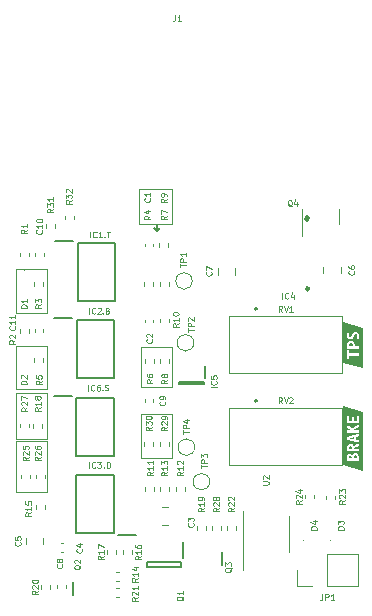
<source format=gbr>
%TF.GenerationSoftware,KiCad,Pcbnew,(6.0.8)*%
%TF.CreationDate,2023-11-13T19:04:35+01:00*%
%TF.ProjectId,BSPD-07,42535044-2d30-4372-9e6b-696361645f70,rev?*%
%TF.SameCoordinates,Original*%
%TF.FileFunction,Legend,Top*%
%TF.FilePolarity,Positive*%
%FSLAX46Y46*%
G04 Gerber Fmt 4.6, Leading zero omitted, Abs format (unit mm)*
G04 Created by KiCad (PCBNEW (6.0.8)) date 2023-11-13 19:04:35*
%MOMM*%
%LPD*%
G01*
G04 APERTURE LIST*
%ADD10C,0.150000*%
%ADD11C,0.100000*%
%ADD12C,0.120000*%
%ADD13C,0.200000*%
%ADD14C,0.250000*%
%ADD15C,0.300000*%
G04 APERTURE END LIST*
D10*
X162201600Y-104165400D02*
X162455600Y-103860600D01*
X161947600Y-103860600D02*
X162201600Y-104165400D01*
X162201600Y-103555800D02*
X162201600Y-104165400D01*
D11*
X160677600Y-100558600D02*
X163471600Y-100558600D01*
X163471600Y-100558600D02*
X163471600Y-103505000D01*
X163471600Y-103505000D02*
X160677600Y-103505000D01*
X160677600Y-103505000D02*
X160677600Y-100558600D01*
X152908000Y-121704100D02*
X150266400Y-121704100D01*
X150266400Y-121704100D02*
X150266400Y-117817900D01*
X150266400Y-117817900D02*
X152908000Y-117817900D01*
X152908000Y-117817900D02*
X152908000Y-121704100D01*
X150266400Y-113842800D02*
X152908000Y-113842800D01*
X152908000Y-113842800D02*
X152908000Y-117475000D01*
X152908000Y-117475000D02*
X150266400Y-117475000D01*
X150266400Y-117475000D02*
X150266400Y-113842800D01*
X150266400Y-107340400D02*
X152908000Y-107340400D01*
X152908000Y-107340400D02*
X152908000Y-111099600D01*
X152908000Y-111099600D02*
X150266400Y-111099600D01*
X150266400Y-111099600D02*
X150266400Y-107340400D01*
X160896300Y-113969800D02*
X163461700Y-113969800D01*
X163461700Y-113969800D02*
X163461700Y-117348000D01*
X163461700Y-117348000D02*
X160896300Y-117348000D01*
X160896300Y-117348000D02*
X160896300Y-113969800D01*
X163525200Y-123342400D02*
X160883600Y-123342400D01*
X160883600Y-123342400D02*
X160883600Y-119583200D01*
X160883600Y-119583200D02*
X163525200Y-119583200D01*
X163525200Y-119583200D02*
X163525200Y-123342400D01*
X150266400Y-121945400D02*
X152908000Y-121945400D01*
X152908000Y-121945400D02*
X152908000Y-126238000D01*
X152908000Y-126238000D02*
X150266400Y-126238000D01*
X150266400Y-126238000D02*
X150266400Y-121945400D01*
X157738000Y-124130571D02*
X157761809Y-124154380D01*
X157738000Y-124178190D01*
X157714190Y-124154380D01*
X157738000Y-124130571D01*
X157738000Y-124178190D01*
X157976095Y-124178190D02*
X157976095Y-123678190D01*
X158095142Y-123678190D01*
X158166571Y-123702000D01*
X158214190Y-123749619D01*
X158238000Y-123797238D01*
X158261809Y-123892476D01*
X158261809Y-123963904D01*
X158238000Y-124059142D01*
X158214190Y-124106761D01*
X158166571Y-124154380D01*
X158095142Y-124178190D01*
X157976095Y-124178190D01*
X157597504Y-117577371D02*
X157621314Y-117601180D01*
X157597504Y-117624990D01*
X157573695Y-117601180D01*
X157597504Y-117577371D01*
X157597504Y-117624990D01*
X157811790Y-117601180D02*
X157883219Y-117624990D01*
X158002266Y-117624990D01*
X158049885Y-117601180D01*
X158073695Y-117577371D01*
X158097504Y-117529752D01*
X158097504Y-117482133D01*
X158073695Y-117434514D01*
X158049885Y-117410704D01*
X158002266Y-117386895D01*
X157907028Y-117363085D01*
X157859409Y-117339276D01*
X157835600Y-117315466D01*
X157811790Y-117267847D01*
X157811790Y-117220228D01*
X157835600Y-117172609D01*
X157859409Y-117148800D01*
X157907028Y-117124990D01*
X158026076Y-117124990D01*
X158097504Y-117148800D01*
X157636400Y-111074971D02*
X157660209Y-111098780D01*
X157636400Y-111122590D01*
X157612590Y-111098780D01*
X157636400Y-111074971D01*
X157636400Y-111122590D01*
X158041161Y-110860685D02*
X158112590Y-110884495D01*
X158136400Y-110908304D01*
X158160209Y-110955923D01*
X158160209Y-111027352D01*
X158136400Y-111074971D01*
X158112590Y-111098780D01*
X158064971Y-111122590D01*
X157874495Y-111122590D01*
X157874495Y-110622590D01*
X158041161Y-110622590D01*
X158088780Y-110646400D01*
X158112590Y-110670209D01*
X158136400Y-110717828D01*
X158136400Y-110765447D01*
X158112590Y-110813066D01*
X158088780Y-110836876D01*
X158041161Y-110860685D01*
X157874495Y-110860685D01*
X157797523Y-104623371D02*
X157821333Y-104647180D01*
X157797523Y-104670990D01*
X157773714Y-104647180D01*
X157797523Y-104623371D01*
X157797523Y-104670990D01*
X157964190Y-104170990D02*
X158249904Y-104170990D01*
X158107047Y-104670990D02*
X158107047Y-104170990D01*
%TO.C,R32*%
X155013790Y-101515028D02*
X154775695Y-101681695D01*
X155013790Y-101800742D02*
X154513790Y-101800742D01*
X154513790Y-101610266D01*
X154537600Y-101562647D01*
X154561409Y-101538838D01*
X154609028Y-101515028D01*
X154680457Y-101515028D01*
X154728076Y-101538838D01*
X154751885Y-101562647D01*
X154775695Y-101610266D01*
X154775695Y-101800742D01*
X154513790Y-101348361D02*
X154513790Y-101038838D01*
X154704266Y-101205504D01*
X154704266Y-101134076D01*
X154728076Y-101086457D01*
X154751885Y-101062647D01*
X154799504Y-101038838D01*
X154918552Y-101038838D01*
X154966171Y-101062647D01*
X154989980Y-101086457D01*
X155013790Y-101134076D01*
X155013790Y-101276933D01*
X154989980Y-101324552D01*
X154966171Y-101348361D01*
X154561409Y-100848361D02*
X154537600Y-100824552D01*
X154513790Y-100776933D01*
X154513790Y-100657885D01*
X154537600Y-100610266D01*
X154561409Y-100586457D01*
X154609028Y-100562647D01*
X154656647Y-100562647D01*
X154728076Y-100586457D01*
X155013790Y-100872171D01*
X155013790Y-100562647D01*
%TO.C,R31*%
X153438990Y-102226228D02*
X153200895Y-102392895D01*
X153438990Y-102511942D02*
X152938990Y-102511942D01*
X152938990Y-102321466D01*
X152962800Y-102273847D01*
X152986609Y-102250038D01*
X153034228Y-102226228D01*
X153105657Y-102226228D01*
X153153276Y-102250038D01*
X153177085Y-102273847D01*
X153200895Y-102321466D01*
X153200895Y-102511942D01*
X152938990Y-102059561D02*
X152938990Y-101750038D01*
X153129466Y-101916704D01*
X153129466Y-101845276D01*
X153153276Y-101797657D01*
X153177085Y-101773847D01*
X153224704Y-101750038D01*
X153343752Y-101750038D01*
X153391371Y-101773847D01*
X153415180Y-101797657D01*
X153438990Y-101845276D01*
X153438990Y-101988133D01*
X153415180Y-102035752D01*
X153391371Y-102059561D01*
X153438990Y-101273847D02*
X153438990Y-101559561D01*
X153438990Y-101416704D02*
X152938990Y-101416704D01*
X153010419Y-101464323D01*
X153058038Y-101511942D01*
X153081847Y-101559561D01*
%TO.C,C11*%
X150190971Y-112183028D02*
X150214780Y-112206838D01*
X150238590Y-112278266D01*
X150238590Y-112325885D01*
X150214780Y-112397314D01*
X150167161Y-112444933D01*
X150119542Y-112468742D01*
X150024304Y-112492552D01*
X149952876Y-112492552D01*
X149857638Y-112468742D01*
X149810019Y-112444933D01*
X149762400Y-112397314D01*
X149738590Y-112325885D01*
X149738590Y-112278266D01*
X149762400Y-112206838D01*
X149786209Y-112183028D01*
X150238590Y-111706838D02*
X150238590Y-111992552D01*
X150238590Y-111849695D02*
X149738590Y-111849695D01*
X149810019Y-111897314D01*
X149857638Y-111944933D01*
X149881447Y-111992552D01*
X150238590Y-111230647D02*
X150238590Y-111516361D01*
X150238590Y-111373504D02*
X149738590Y-111373504D01*
X149810019Y-111421123D01*
X149857638Y-111468742D01*
X149881447Y-111516361D01*
%TO.C,C10*%
X152451571Y-104055028D02*
X152475380Y-104078838D01*
X152499190Y-104150266D01*
X152499190Y-104197885D01*
X152475380Y-104269314D01*
X152427761Y-104316933D01*
X152380142Y-104340742D01*
X152284904Y-104364552D01*
X152213476Y-104364552D01*
X152118238Y-104340742D01*
X152070619Y-104316933D01*
X152023000Y-104269314D01*
X151999190Y-104197885D01*
X151999190Y-104150266D01*
X152023000Y-104078838D01*
X152046809Y-104055028D01*
X152499190Y-103578838D02*
X152499190Y-103864552D01*
X152499190Y-103721695D02*
X151999190Y-103721695D01*
X152070619Y-103769314D01*
X152118238Y-103816933D01*
X152142047Y-103864552D01*
X151999190Y-103269314D02*
X151999190Y-103221695D01*
X152023000Y-103174076D01*
X152046809Y-103150266D01*
X152094428Y-103126457D01*
X152189666Y-103102647D01*
X152308714Y-103102647D01*
X152403952Y-103126457D01*
X152451571Y-103150266D01*
X152475380Y-103174076D01*
X152499190Y-103221695D01*
X152499190Y-103269314D01*
X152475380Y-103316933D01*
X152451571Y-103340742D01*
X152403952Y-103364552D01*
X152308714Y-103388361D01*
X152189666Y-103388361D01*
X152094428Y-103364552D01*
X152046809Y-103340742D01*
X152023000Y-103316933D01*
X151999190Y-103269314D01*
%TO.C,TP2*%
X164826190Y-112644952D02*
X164826190Y-112359238D01*
X165326190Y-112502095D02*
X164826190Y-112502095D01*
X165326190Y-112192571D02*
X164826190Y-112192571D01*
X164826190Y-112002095D01*
X164850000Y-111954476D01*
X164873809Y-111930666D01*
X164921428Y-111906857D01*
X164992857Y-111906857D01*
X165040476Y-111930666D01*
X165064285Y-111954476D01*
X165088095Y-112002095D01*
X165088095Y-112192571D01*
X164873809Y-111716380D02*
X164850000Y-111692571D01*
X164826190Y-111644952D01*
X164826190Y-111525904D01*
X164850000Y-111478285D01*
X164873809Y-111454476D01*
X164921428Y-111430666D01*
X164969047Y-111430666D01*
X165040476Y-111454476D01*
X165326190Y-111740190D01*
X165326190Y-111430666D01*
%TO.C,R18*%
X152372190Y-119066428D02*
X152134095Y-119233095D01*
X152372190Y-119352142D02*
X151872190Y-119352142D01*
X151872190Y-119161666D01*
X151896000Y-119114047D01*
X151919809Y-119090238D01*
X151967428Y-119066428D01*
X152038857Y-119066428D01*
X152086476Y-119090238D01*
X152110285Y-119114047D01*
X152134095Y-119161666D01*
X152134095Y-119352142D01*
X152372190Y-118590238D02*
X152372190Y-118875952D01*
X152372190Y-118733095D02*
X151872190Y-118733095D01*
X151943619Y-118780714D01*
X151991238Y-118828333D01*
X152015047Y-118875952D01*
X152086476Y-118304523D02*
X152062666Y-118352142D01*
X152038857Y-118375952D01*
X151991238Y-118399761D01*
X151967428Y-118399761D01*
X151919809Y-118375952D01*
X151896000Y-118352142D01*
X151872190Y-118304523D01*
X151872190Y-118209285D01*
X151896000Y-118161666D01*
X151919809Y-118137857D01*
X151967428Y-118114047D01*
X151991238Y-118114047D01*
X152038857Y-118137857D01*
X152062666Y-118161666D01*
X152086476Y-118209285D01*
X152086476Y-118304523D01*
X152110285Y-118352142D01*
X152134095Y-118375952D01*
X152181714Y-118399761D01*
X152276952Y-118399761D01*
X152324571Y-118375952D01*
X152348380Y-118352142D01*
X152372190Y-118304523D01*
X152372190Y-118209285D01*
X152348380Y-118161666D01*
X152324571Y-118137857D01*
X152276952Y-118114047D01*
X152181714Y-118114047D01*
X152134095Y-118137857D01*
X152110285Y-118161666D01*
X152086476Y-118209285D01*
%TO.C,R23*%
X178153190Y-126940428D02*
X177915095Y-127107095D01*
X178153190Y-127226142D02*
X177653190Y-127226142D01*
X177653190Y-127035666D01*
X177677000Y-126988047D01*
X177700809Y-126964238D01*
X177748428Y-126940428D01*
X177819857Y-126940428D01*
X177867476Y-126964238D01*
X177891285Y-126988047D01*
X177915095Y-127035666D01*
X177915095Y-127226142D01*
X177700809Y-126749952D02*
X177677000Y-126726142D01*
X177653190Y-126678523D01*
X177653190Y-126559476D01*
X177677000Y-126511857D01*
X177700809Y-126488047D01*
X177748428Y-126464238D01*
X177796047Y-126464238D01*
X177867476Y-126488047D01*
X178153190Y-126773761D01*
X178153190Y-126464238D01*
X177653190Y-126297571D02*
X177653190Y-125988047D01*
X177843666Y-126154714D01*
X177843666Y-126083285D01*
X177867476Y-126035666D01*
X177891285Y-126011857D01*
X177938904Y-125988047D01*
X178057952Y-125988047D01*
X178105571Y-126011857D01*
X178129380Y-126035666D01*
X178153190Y-126083285D01*
X178153190Y-126226142D01*
X178129380Y-126273761D01*
X178105571Y-126297571D01*
%TO.C,R15*%
X151584790Y-127956428D02*
X151346695Y-128123095D01*
X151584790Y-128242142D02*
X151084790Y-128242142D01*
X151084790Y-128051666D01*
X151108600Y-128004047D01*
X151132409Y-127980238D01*
X151180028Y-127956428D01*
X151251457Y-127956428D01*
X151299076Y-127980238D01*
X151322885Y-128004047D01*
X151346695Y-128051666D01*
X151346695Y-128242142D01*
X151584790Y-127480238D02*
X151584790Y-127765952D01*
X151584790Y-127623095D02*
X151084790Y-127623095D01*
X151156219Y-127670714D01*
X151203838Y-127718333D01*
X151227647Y-127765952D01*
X151084790Y-127027857D02*
X151084790Y-127265952D01*
X151322885Y-127289761D01*
X151299076Y-127265952D01*
X151275266Y-127218333D01*
X151275266Y-127099285D01*
X151299076Y-127051666D01*
X151322885Y-127027857D01*
X151370504Y-127004047D01*
X151489552Y-127004047D01*
X151537171Y-127027857D01*
X151560980Y-127051666D01*
X151584790Y-127099285D01*
X151584790Y-127218333D01*
X151560980Y-127265952D01*
X151537171Y-127289761D01*
%TO.C,C5*%
X150648171Y-130461533D02*
X150671980Y-130485342D01*
X150695790Y-130556771D01*
X150695790Y-130604390D01*
X150671980Y-130675819D01*
X150624361Y-130723438D01*
X150576742Y-130747247D01*
X150481504Y-130771057D01*
X150410076Y-130771057D01*
X150314838Y-130747247D01*
X150267219Y-130723438D01*
X150219600Y-130675819D01*
X150195790Y-130604390D01*
X150195790Y-130556771D01*
X150219600Y-130485342D01*
X150243409Y-130461533D01*
X150195790Y-130009152D02*
X150195790Y-130247247D01*
X150433885Y-130271057D01*
X150410076Y-130247247D01*
X150386266Y-130199628D01*
X150386266Y-130080580D01*
X150410076Y-130032961D01*
X150433885Y-130009152D01*
X150481504Y-129985342D01*
X150600552Y-129985342D01*
X150648171Y-130009152D01*
X150671980Y-130032961D01*
X150695790Y-130080580D01*
X150695790Y-130199628D01*
X150671980Y-130247247D01*
X150648171Y-130271057D01*
%TO.C,D2*%
X151197790Y-117082047D02*
X150697790Y-117082047D01*
X150697790Y-116963000D01*
X150721600Y-116891571D01*
X150769219Y-116843952D01*
X150816838Y-116820142D01*
X150912076Y-116796333D01*
X150983504Y-116796333D01*
X151078742Y-116820142D01*
X151126361Y-116843952D01*
X151173980Y-116891571D01*
X151197790Y-116963000D01*
X151197790Y-117082047D01*
X150745409Y-116605857D02*
X150721600Y-116582047D01*
X150697790Y-116534428D01*
X150697790Y-116415380D01*
X150721600Y-116367761D01*
X150745409Y-116343952D01*
X150793028Y-116320142D01*
X150840647Y-116320142D01*
X150912076Y-116343952D01*
X151197790Y-116629666D01*
X151197790Y-116320142D01*
%TO.C,R4*%
X161665790Y-102826333D02*
X161427695Y-102993000D01*
X161665790Y-103112047D02*
X161165790Y-103112047D01*
X161165790Y-102921571D01*
X161189600Y-102873952D01*
X161213409Y-102850142D01*
X161261028Y-102826333D01*
X161332457Y-102826333D01*
X161380076Y-102850142D01*
X161403885Y-102873952D01*
X161427695Y-102921571D01*
X161427695Y-103112047D01*
X161332457Y-102397761D02*
X161665790Y-102397761D01*
X161141980Y-102516809D02*
X161499123Y-102635857D01*
X161499123Y-102326333D01*
%TO.C,RV1*%
X172803380Y-110970190D02*
X172636714Y-110732095D01*
X172517666Y-110970190D02*
X172517666Y-110470190D01*
X172708142Y-110470190D01*
X172755761Y-110494000D01*
X172779571Y-110517809D01*
X172803380Y-110565428D01*
X172803380Y-110636857D01*
X172779571Y-110684476D01*
X172755761Y-110708285D01*
X172708142Y-110732095D01*
X172517666Y-110732095D01*
X172946238Y-110470190D02*
X173112904Y-110970190D01*
X173279571Y-110470190D01*
X173708142Y-110970190D02*
X173422428Y-110970190D01*
X173565285Y-110970190D02*
X173565285Y-110470190D01*
X173517666Y-110541619D01*
X173470047Y-110589238D01*
X173422428Y-110613047D01*
%TO.C,R30*%
X161770190Y-120717428D02*
X161532095Y-120884095D01*
X161770190Y-121003142D02*
X161270190Y-121003142D01*
X161270190Y-120812666D01*
X161294000Y-120765047D01*
X161317809Y-120741238D01*
X161365428Y-120717428D01*
X161436857Y-120717428D01*
X161484476Y-120741238D01*
X161508285Y-120765047D01*
X161532095Y-120812666D01*
X161532095Y-121003142D01*
X161270190Y-120550761D02*
X161270190Y-120241238D01*
X161460666Y-120407904D01*
X161460666Y-120336476D01*
X161484476Y-120288857D01*
X161508285Y-120265047D01*
X161555904Y-120241238D01*
X161674952Y-120241238D01*
X161722571Y-120265047D01*
X161746380Y-120288857D01*
X161770190Y-120336476D01*
X161770190Y-120479333D01*
X161746380Y-120526952D01*
X161722571Y-120550761D01*
X161270190Y-119931714D02*
X161270190Y-119884095D01*
X161294000Y-119836476D01*
X161317809Y-119812666D01*
X161365428Y-119788857D01*
X161460666Y-119765047D01*
X161579714Y-119765047D01*
X161674952Y-119788857D01*
X161722571Y-119812666D01*
X161746380Y-119836476D01*
X161770190Y-119884095D01*
X161770190Y-119931714D01*
X161746380Y-119979333D01*
X161722571Y-120003142D01*
X161674952Y-120026952D01*
X161579714Y-120050761D01*
X161460666Y-120050761D01*
X161365428Y-120026952D01*
X161317809Y-120003142D01*
X161294000Y-119979333D01*
X161270190Y-119931714D01*
%TO.C,IC1*%
X156585504Y-104670990D02*
X156585504Y-104170990D01*
X157109314Y-104623371D02*
X157085504Y-104647180D01*
X157014076Y-104670990D01*
X156966457Y-104670990D01*
X156895028Y-104647180D01*
X156847409Y-104599561D01*
X156823600Y-104551942D01*
X156799790Y-104456704D01*
X156799790Y-104385276D01*
X156823600Y-104290038D01*
X156847409Y-104242419D01*
X156895028Y-104194800D01*
X156966457Y-104170990D01*
X157014076Y-104170990D01*
X157085504Y-104194800D01*
X157109314Y-104218609D01*
X157585504Y-104670990D02*
X157299790Y-104670990D01*
X157442647Y-104670990D02*
X157442647Y-104170990D01*
X157395028Y-104242419D01*
X157347409Y-104290038D01*
X157299790Y-104313847D01*
%TO.C,C4*%
X155855171Y-131045733D02*
X155878980Y-131069542D01*
X155902790Y-131140971D01*
X155902790Y-131188590D01*
X155878980Y-131260019D01*
X155831361Y-131307638D01*
X155783742Y-131331447D01*
X155688504Y-131355257D01*
X155617076Y-131355257D01*
X155521838Y-131331447D01*
X155474219Y-131307638D01*
X155426600Y-131260019D01*
X155402790Y-131188590D01*
X155402790Y-131140971D01*
X155426600Y-131069542D01*
X155450409Y-131045733D01*
X155569457Y-130617161D02*
X155902790Y-130617161D01*
X155378980Y-130736209D02*
X155736123Y-130855257D01*
X155736123Y-130545733D01*
%TO.C,C3*%
X165278571Y-128861333D02*
X165302380Y-128885142D01*
X165326190Y-128956571D01*
X165326190Y-129004190D01*
X165302380Y-129075619D01*
X165254761Y-129123238D01*
X165207142Y-129147047D01*
X165111904Y-129170857D01*
X165040476Y-129170857D01*
X164945238Y-129147047D01*
X164897619Y-129123238D01*
X164850000Y-129075619D01*
X164826190Y-129004190D01*
X164826190Y-128956571D01*
X164850000Y-128885142D01*
X164873809Y-128861333D01*
X164826190Y-128694666D02*
X164826190Y-128385142D01*
X165016666Y-128551809D01*
X165016666Y-128480380D01*
X165040476Y-128432761D01*
X165064285Y-128408952D01*
X165111904Y-128385142D01*
X165230952Y-128385142D01*
X165278571Y-128408952D01*
X165302380Y-128432761D01*
X165326190Y-128480380D01*
X165326190Y-128623238D01*
X165302380Y-128670857D01*
X165278571Y-128694666D01*
%TO.C,R29*%
X163090990Y-120717428D02*
X162852895Y-120884095D01*
X163090990Y-121003142D02*
X162590990Y-121003142D01*
X162590990Y-120812666D01*
X162614800Y-120765047D01*
X162638609Y-120741238D01*
X162686228Y-120717428D01*
X162757657Y-120717428D01*
X162805276Y-120741238D01*
X162829085Y-120765047D01*
X162852895Y-120812666D01*
X162852895Y-121003142D01*
X162638609Y-120526952D02*
X162614800Y-120503142D01*
X162590990Y-120455523D01*
X162590990Y-120336476D01*
X162614800Y-120288857D01*
X162638609Y-120265047D01*
X162686228Y-120241238D01*
X162733847Y-120241238D01*
X162805276Y-120265047D01*
X163090990Y-120550761D01*
X163090990Y-120241238D01*
X163090990Y-120003142D02*
X163090990Y-119907904D01*
X163067180Y-119860285D01*
X163043371Y-119836476D01*
X162971942Y-119788857D01*
X162876704Y-119765047D01*
X162686228Y-119765047D01*
X162638609Y-119788857D01*
X162614800Y-119812666D01*
X162590990Y-119860285D01*
X162590990Y-119955523D01*
X162614800Y-120003142D01*
X162638609Y-120026952D01*
X162686228Y-120050761D01*
X162805276Y-120050761D01*
X162852895Y-120026952D01*
X162876704Y-120003142D01*
X162900514Y-119955523D01*
X162900514Y-119860285D01*
X162876704Y-119812666D01*
X162852895Y-119788857D01*
X162805276Y-119765047D01*
%TO.C,R5*%
X152473790Y-116809033D02*
X152235695Y-116975700D01*
X152473790Y-117094747D02*
X151973790Y-117094747D01*
X151973790Y-116904271D01*
X151997600Y-116856652D01*
X152021409Y-116832842D01*
X152069028Y-116809033D01*
X152140457Y-116809033D01*
X152188076Y-116832842D01*
X152211885Y-116856652D01*
X152235695Y-116904271D01*
X152235695Y-117094747D01*
X151973790Y-116356652D02*
X151973790Y-116594747D01*
X152211885Y-116618557D01*
X152188076Y-116594747D01*
X152164266Y-116547128D01*
X152164266Y-116428080D01*
X152188076Y-116380461D01*
X152211885Y-116356652D01*
X152259504Y-116332842D01*
X152378552Y-116332842D01*
X152426171Y-116356652D01*
X152449980Y-116380461D01*
X152473790Y-116428080D01*
X152473790Y-116547128D01*
X152449980Y-116594747D01*
X152426171Y-116618557D01*
%TO.C,R12*%
X164437190Y-124527428D02*
X164199095Y-124694095D01*
X164437190Y-124813142D02*
X163937190Y-124813142D01*
X163937190Y-124622666D01*
X163961000Y-124575047D01*
X163984809Y-124551238D01*
X164032428Y-124527428D01*
X164103857Y-124527428D01*
X164151476Y-124551238D01*
X164175285Y-124575047D01*
X164199095Y-124622666D01*
X164199095Y-124813142D01*
X164437190Y-124051238D02*
X164437190Y-124336952D01*
X164437190Y-124194095D02*
X163937190Y-124194095D01*
X164008619Y-124241714D01*
X164056238Y-124289333D01*
X164080047Y-124336952D01*
X163984809Y-123860761D02*
X163961000Y-123836952D01*
X163937190Y-123789333D01*
X163937190Y-123670285D01*
X163961000Y-123622666D01*
X163984809Y-123598857D01*
X164032428Y-123575047D01*
X164080047Y-123575047D01*
X164151476Y-123598857D01*
X164437190Y-123884571D01*
X164437190Y-123575047D01*
%TO.C,R7*%
X163037390Y-102826333D02*
X162799295Y-102993000D01*
X163037390Y-103112047D02*
X162537390Y-103112047D01*
X162537390Y-102921571D01*
X162561200Y-102873952D01*
X162585009Y-102850142D01*
X162632628Y-102826333D01*
X162704057Y-102826333D01*
X162751676Y-102850142D01*
X162775485Y-102873952D01*
X162799295Y-102921571D01*
X162799295Y-103112047D01*
X162537390Y-102659666D02*
X162537390Y-102326333D01*
X163037390Y-102540619D01*
%TO.C,R20*%
X152143590Y-134585828D02*
X151905495Y-134752495D01*
X152143590Y-134871542D02*
X151643590Y-134871542D01*
X151643590Y-134681066D01*
X151667400Y-134633447D01*
X151691209Y-134609638D01*
X151738828Y-134585828D01*
X151810257Y-134585828D01*
X151857876Y-134609638D01*
X151881685Y-134633447D01*
X151905495Y-134681066D01*
X151905495Y-134871542D01*
X151691209Y-134395352D02*
X151667400Y-134371542D01*
X151643590Y-134323923D01*
X151643590Y-134204876D01*
X151667400Y-134157257D01*
X151691209Y-134133447D01*
X151738828Y-134109638D01*
X151786447Y-134109638D01*
X151857876Y-134133447D01*
X152143590Y-134419161D01*
X152143590Y-134109638D01*
X151643590Y-133800114D02*
X151643590Y-133752495D01*
X151667400Y-133704876D01*
X151691209Y-133681066D01*
X151738828Y-133657257D01*
X151834066Y-133633447D01*
X151953114Y-133633447D01*
X152048352Y-133657257D01*
X152095971Y-133681066D01*
X152119780Y-133704876D01*
X152143590Y-133752495D01*
X152143590Y-133800114D01*
X152119780Y-133847733D01*
X152095971Y-133871542D01*
X152048352Y-133895352D01*
X151953114Y-133919161D01*
X151834066Y-133919161D01*
X151738828Y-133895352D01*
X151691209Y-133871542D01*
X151667400Y-133847733D01*
X151643590Y-133800114D01*
%TO.C,D4*%
X175740190Y-129401047D02*
X175240190Y-129401047D01*
X175240190Y-129282000D01*
X175264000Y-129210571D01*
X175311619Y-129162952D01*
X175359238Y-129139142D01*
X175454476Y-129115333D01*
X175525904Y-129115333D01*
X175621142Y-129139142D01*
X175668761Y-129162952D01*
X175716380Y-129210571D01*
X175740190Y-129282000D01*
X175740190Y-129401047D01*
X175406857Y-128686761D02*
X175740190Y-128686761D01*
X175216380Y-128805809D02*
X175573523Y-128924857D01*
X175573523Y-128615333D01*
%TO.C,D3*%
X178026190Y-129401047D02*
X177526190Y-129401047D01*
X177526190Y-129282000D01*
X177550000Y-129210571D01*
X177597619Y-129162952D01*
X177645238Y-129139142D01*
X177740476Y-129115333D01*
X177811904Y-129115333D01*
X177907142Y-129139142D01*
X177954761Y-129162952D01*
X178002380Y-129210571D01*
X178026190Y-129282000D01*
X178026190Y-129401047D01*
X177526190Y-128948666D02*
X177526190Y-128639142D01*
X177716666Y-128805809D01*
X177716666Y-128734380D01*
X177740476Y-128686761D01*
X177764285Y-128662952D01*
X177811904Y-128639142D01*
X177930952Y-128639142D01*
X177978571Y-128662952D01*
X178002380Y-128686761D01*
X178026190Y-128734380D01*
X178026190Y-128877238D01*
X178002380Y-128924857D01*
X177978571Y-128948666D01*
%TO.C,R11*%
X161897190Y-124527428D02*
X161659095Y-124694095D01*
X161897190Y-124813142D02*
X161397190Y-124813142D01*
X161397190Y-124622666D01*
X161421000Y-124575047D01*
X161444809Y-124551238D01*
X161492428Y-124527428D01*
X161563857Y-124527428D01*
X161611476Y-124551238D01*
X161635285Y-124575047D01*
X161659095Y-124622666D01*
X161659095Y-124813142D01*
X161897190Y-124051238D02*
X161897190Y-124336952D01*
X161897190Y-124194095D02*
X161397190Y-124194095D01*
X161468619Y-124241714D01*
X161516238Y-124289333D01*
X161540047Y-124336952D01*
X161897190Y-123575047D02*
X161897190Y-123860761D01*
X161897190Y-123717904D02*
X161397190Y-123717904D01*
X161468619Y-123765523D01*
X161516238Y-123813142D01*
X161540047Y-123860761D01*
%TO.C,R21*%
X160601790Y-135144628D02*
X160363695Y-135311295D01*
X160601790Y-135430342D02*
X160101790Y-135430342D01*
X160101790Y-135239866D01*
X160125600Y-135192247D01*
X160149409Y-135168438D01*
X160197028Y-135144628D01*
X160268457Y-135144628D01*
X160316076Y-135168438D01*
X160339885Y-135192247D01*
X160363695Y-135239866D01*
X160363695Y-135430342D01*
X160149409Y-134954152D02*
X160125600Y-134930342D01*
X160101790Y-134882723D01*
X160101790Y-134763676D01*
X160125600Y-134716057D01*
X160149409Y-134692247D01*
X160197028Y-134668438D01*
X160244647Y-134668438D01*
X160316076Y-134692247D01*
X160601790Y-134977961D01*
X160601790Y-134668438D01*
X160601790Y-134192247D02*
X160601790Y-134477961D01*
X160601790Y-134335104D02*
X160101790Y-134335104D01*
X160173219Y-134382723D01*
X160220838Y-134430342D01*
X160244647Y-134477961D01*
%TO.C,IC2*%
X156483904Y-111120590D02*
X156483904Y-110620590D01*
X157007714Y-111072971D02*
X156983904Y-111096780D01*
X156912476Y-111120590D01*
X156864857Y-111120590D01*
X156793428Y-111096780D01*
X156745809Y-111049161D01*
X156722000Y-111001542D01*
X156698190Y-110906304D01*
X156698190Y-110834876D01*
X156722000Y-110739638D01*
X156745809Y-110692019D01*
X156793428Y-110644400D01*
X156864857Y-110620590D01*
X156912476Y-110620590D01*
X156983904Y-110644400D01*
X157007714Y-110668209D01*
X157198190Y-110668209D02*
X157222000Y-110644400D01*
X157269619Y-110620590D01*
X157388666Y-110620590D01*
X157436285Y-110644400D01*
X157460095Y-110668209D01*
X157483904Y-110715828D01*
X157483904Y-110763447D01*
X157460095Y-110834876D01*
X157174380Y-111120590D01*
X157483904Y-111120590D01*
%TO.C,IC4*%
X172838704Y-109852590D02*
X172838704Y-109352590D01*
X173362514Y-109804971D02*
X173338704Y-109828780D01*
X173267276Y-109852590D01*
X173219657Y-109852590D01*
X173148228Y-109828780D01*
X173100609Y-109781161D01*
X173076800Y-109733542D01*
X173052990Y-109638304D01*
X173052990Y-109566876D01*
X173076800Y-109471638D01*
X173100609Y-109424019D01*
X173148228Y-109376400D01*
X173219657Y-109352590D01*
X173267276Y-109352590D01*
X173338704Y-109376400D01*
X173362514Y-109400209D01*
X173791085Y-109519257D02*
X173791085Y-109852590D01*
X173672038Y-109328780D02*
X173552990Y-109685923D01*
X173862514Y-109685923D01*
%TO.C,C2*%
X161773371Y-113291133D02*
X161797180Y-113314942D01*
X161820990Y-113386371D01*
X161820990Y-113433990D01*
X161797180Y-113505419D01*
X161749561Y-113553038D01*
X161701942Y-113576847D01*
X161606704Y-113600657D01*
X161535276Y-113600657D01*
X161440038Y-113576847D01*
X161392419Y-113553038D01*
X161344800Y-113505419D01*
X161320990Y-113433990D01*
X161320990Y-113386371D01*
X161344800Y-113314942D01*
X161368609Y-113291133D01*
X161368609Y-113100657D02*
X161344800Y-113076847D01*
X161320990Y-113029228D01*
X161320990Y-112910180D01*
X161344800Y-112862561D01*
X161368609Y-112838752D01*
X161416228Y-112814942D01*
X161463847Y-112814942D01*
X161535276Y-112838752D01*
X161820990Y-113124466D01*
X161820990Y-112814942D01*
%TO.C,D1*%
X151200990Y-110630447D02*
X150700990Y-110630447D01*
X150700990Y-110511400D01*
X150724800Y-110439971D01*
X150772419Y-110392352D01*
X150820038Y-110368542D01*
X150915276Y-110344733D01*
X150986704Y-110344733D01*
X151081942Y-110368542D01*
X151129561Y-110392352D01*
X151177180Y-110439971D01*
X151200990Y-110511400D01*
X151200990Y-110630447D01*
X151200990Y-109868542D02*
X151200990Y-110154257D01*
X151200990Y-110011400D02*
X150700990Y-110011400D01*
X150772419Y-110059019D01*
X150820038Y-110106638D01*
X150843847Y-110154257D01*
%TO.C,C6*%
X178893771Y-107499933D02*
X178917580Y-107523742D01*
X178941390Y-107595171D01*
X178941390Y-107642790D01*
X178917580Y-107714219D01*
X178869961Y-107761838D01*
X178822342Y-107785647D01*
X178727104Y-107809457D01*
X178655676Y-107809457D01*
X178560438Y-107785647D01*
X178512819Y-107761838D01*
X178465200Y-107714219D01*
X178441390Y-107642790D01*
X178441390Y-107595171D01*
X178465200Y-107523742D01*
X178489009Y-107499933D01*
X178441390Y-107071361D02*
X178441390Y-107166600D01*
X178465200Y-107214219D01*
X178489009Y-107238028D01*
X178560438Y-107285647D01*
X178655676Y-107309457D01*
X178846152Y-107309457D01*
X178893771Y-107285647D01*
X178917580Y-107261838D01*
X178941390Y-107214219D01*
X178941390Y-107118980D01*
X178917580Y-107071361D01*
X178893771Y-107047552D01*
X178846152Y-107023742D01*
X178727104Y-107023742D01*
X178679485Y-107047552D01*
X178655676Y-107071361D01*
X178631866Y-107118980D01*
X178631866Y-107214219D01*
X178655676Y-107261838D01*
X178679485Y-107285647D01*
X178727104Y-107309457D01*
%TO.C,R9*%
X163037390Y-101403933D02*
X162799295Y-101570600D01*
X163037390Y-101689647D02*
X162537390Y-101689647D01*
X162537390Y-101499171D01*
X162561200Y-101451552D01*
X162585009Y-101427742D01*
X162632628Y-101403933D01*
X162704057Y-101403933D01*
X162751676Y-101427742D01*
X162775485Y-101451552D01*
X162799295Y-101499171D01*
X162799295Y-101689647D01*
X163037390Y-101165838D02*
X163037390Y-101070600D01*
X163013580Y-101022980D01*
X162989771Y-100999171D01*
X162918342Y-100951552D01*
X162823104Y-100927742D01*
X162632628Y-100927742D01*
X162585009Y-100951552D01*
X162561200Y-100975361D01*
X162537390Y-101022980D01*
X162537390Y-101118219D01*
X162561200Y-101165838D01*
X162585009Y-101189647D01*
X162632628Y-101213457D01*
X162751676Y-101213457D01*
X162799295Y-101189647D01*
X162823104Y-101165838D01*
X162846914Y-101118219D01*
X162846914Y-101022980D01*
X162823104Y-100975361D01*
X162799295Y-100951552D01*
X162751676Y-100927742D01*
%TO.C,IC5*%
X167285990Y-117353495D02*
X166785990Y-117353495D01*
X167238371Y-116829685D02*
X167262180Y-116853495D01*
X167285990Y-116924923D01*
X167285990Y-116972542D01*
X167262180Y-117043971D01*
X167214561Y-117091590D01*
X167166942Y-117115400D01*
X167071704Y-117139209D01*
X167000276Y-117139209D01*
X166905038Y-117115400D01*
X166857419Y-117091590D01*
X166809800Y-117043971D01*
X166785990Y-116972542D01*
X166785990Y-116924923D01*
X166809800Y-116853495D01*
X166833609Y-116829685D01*
X166785990Y-116377304D02*
X166785990Y-116615400D01*
X167024085Y-116639209D01*
X167000276Y-116615400D01*
X166976466Y-116567780D01*
X166976466Y-116448733D01*
X167000276Y-116401114D01*
X167024085Y-116377304D01*
X167071704Y-116353495D01*
X167190752Y-116353495D01*
X167238371Y-116377304D01*
X167262180Y-116401114D01*
X167285990Y-116448733D01*
X167285990Y-116567780D01*
X167262180Y-116615400D01*
X167238371Y-116639209D01*
%TO.C,IC6*%
X156410504Y-117650390D02*
X156410504Y-117150390D01*
X156934314Y-117602771D02*
X156910504Y-117626580D01*
X156839076Y-117650390D01*
X156791457Y-117650390D01*
X156720028Y-117626580D01*
X156672409Y-117578961D01*
X156648600Y-117531342D01*
X156624790Y-117436104D01*
X156624790Y-117364676D01*
X156648600Y-117269438D01*
X156672409Y-117221819D01*
X156720028Y-117174200D01*
X156791457Y-117150390D01*
X156839076Y-117150390D01*
X156910504Y-117174200D01*
X156934314Y-117198009D01*
X157362885Y-117150390D02*
X157267647Y-117150390D01*
X157220028Y-117174200D01*
X157196219Y-117198009D01*
X157148600Y-117269438D01*
X157124790Y-117364676D01*
X157124790Y-117555152D01*
X157148600Y-117602771D01*
X157172409Y-117626580D01*
X157220028Y-117650390D01*
X157315266Y-117650390D01*
X157362885Y-117626580D01*
X157386695Y-117602771D01*
X157410504Y-117555152D01*
X157410504Y-117436104D01*
X157386695Y-117388485D01*
X157362885Y-117364676D01*
X157315266Y-117340866D01*
X157220028Y-117340866D01*
X157172409Y-117364676D01*
X157148600Y-117388485D01*
X157124790Y-117436104D01*
%TO.C,IC3*%
X156483904Y-124178190D02*
X156483904Y-123678190D01*
X157007714Y-124130571D02*
X156983904Y-124154380D01*
X156912476Y-124178190D01*
X156864857Y-124178190D01*
X156793428Y-124154380D01*
X156745809Y-124106761D01*
X156722000Y-124059142D01*
X156698190Y-123963904D01*
X156698190Y-123892476D01*
X156722000Y-123797238D01*
X156745809Y-123749619D01*
X156793428Y-123702000D01*
X156864857Y-123678190D01*
X156912476Y-123678190D01*
X156983904Y-123702000D01*
X157007714Y-123725809D01*
X157174380Y-123678190D02*
X157483904Y-123678190D01*
X157317238Y-123868666D01*
X157388666Y-123868666D01*
X157436285Y-123892476D01*
X157460095Y-123916285D01*
X157483904Y-123963904D01*
X157483904Y-124082952D01*
X157460095Y-124130571D01*
X157436285Y-124154380D01*
X157388666Y-124178190D01*
X157245809Y-124178190D01*
X157198190Y-124154380D01*
X157174380Y-124130571D01*
%TO.C,TP1*%
X164191190Y-107183952D02*
X164191190Y-106898238D01*
X164691190Y-107041095D02*
X164191190Y-107041095D01*
X164691190Y-106731571D02*
X164191190Y-106731571D01*
X164191190Y-106541095D01*
X164215000Y-106493476D01*
X164238809Y-106469666D01*
X164286428Y-106445857D01*
X164357857Y-106445857D01*
X164405476Y-106469666D01*
X164429285Y-106493476D01*
X164453095Y-106541095D01*
X164453095Y-106731571D01*
X164691190Y-105969666D02*
X164691190Y-106255380D01*
X164691190Y-106112523D02*
X164191190Y-106112523D01*
X164262619Y-106160142D01*
X164310238Y-106207761D01*
X164334047Y-106255380D01*
%TO.C,U2*%
X171176190Y-125602952D02*
X171580952Y-125602952D01*
X171628571Y-125579142D01*
X171652380Y-125555333D01*
X171676190Y-125507714D01*
X171676190Y-125412476D01*
X171652380Y-125364857D01*
X171628571Y-125341047D01*
X171580952Y-125317238D01*
X171176190Y-125317238D01*
X171223809Y-125102952D02*
X171200000Y-125079142D01*
X171176190Y-125031523D01*
X171176190Y-124912476D01*
X171200000Y-124864857D01*
X171223809Y-124841047D01*
X171271428Y-124817238D01*
X171319047Y-124817238D01*
X171390476Y-124841047D01*
X171676190Y-125126761D01*
X171676190Y-124817238D01*
%TO.C,R26*%
X152372190Y-123257428D02*
X152134095Y-123424095D01*
X152372190Y-123543142D02*
X151872190Y-123543142D01*
X151872190Y-123352666D01*
X151896000Y-123305047D01*
X151919809Y-123281238D01*
X151967428Y-123257428D01*
X152038857Y-123257428D01*
X152086476Y-123281238D01*
X152110285Y-123305047D01*
X152134095Y-123352666D01*
X152134095Y-123543142D01*
X151919809Y-123066952D02*
X151896000Y-123043142D01*
X151872190Y-122995523D01*
X151872190Y-122876476D01*
X151896000Y-122828857D01*
X151919809Y-122805047D01*
X151967428Y-122781238D01*
X152015047Y-122781238D01*
X152086476Y-122805047D01*
X152372190Y-123090761D01*
X152372190Y-122781238D01*
X151872190Y-122352666D02*
X151872190Y-122447904D01*
X151896000Y-122495523D01*
X151919809Y-122519333D01*
X151991238Y-122566952D01*
X152086476Y-122590761D01*
X152276952Y-122590761D01*
X152324571Y-122566952D01*
X152348380Y-122543142D01*
X152372190Y-122495523D01*
X152372190Y-122400285D01*
X152348380Y-122352666D01*
X152324571Y-122328857D01*
X152276952Y-122305047D01*
X152157904Y-122305047D01*
X152110285Y-122328857D01*
X152086476Y-122352666D01*
X152062666Y-122400285D01*
X152062666Y-122495523D01*
X152086476Y-122543142D01*
X152110285Y-122566952D01*
X152157904Y-122590761D01*
%TO.C,R10*%
X164056190Y-111954428D02*
X163818095Y-112121095D01*
X164056190Y-112240142D02*
X163556190Y-112240142D01*
X163556190Y-112049666D01*
X163580000Y-112002047D01*
X163603809Y-111978238D01*
X163651428Y-111954428D01*
X163722857Y-111954428D01*
X163770476Y-111978238D01*
X163794285Y-112002047D01*
X163818095Y-112049666D01*
X163818095Y-112240142D01*
X164056190Y-111478238D02*
X164056190Y-111763952D01*
X164056190Y-111621095D02*
X163556190Y-111621095D01*
X163627619Y-111668714D01*
X163675238Y-111716333D01*
X163699047Y-111763952D01*
X163556190Y-111168714D02*
X163556190Y-111121095D01*
X163580000Y-111073476D01*
X163603809Y-111049666D01*
X163651428Y-111025857D01*
X163746666Y-111002047D01*
X163865714Y-111002047D01*
X163960952Y-111025857D01*
X164008571Y-111049666D01*
X164032380Y-111073476D01*
X164056190Y-111121095D01*
X164056190Y-111168714D01*
X164032380Y-111216333D01*
X164008571Y-111240142D01*
X163960952Y-111263952D01*
X163865714Y-111287761D01*
X163746666Y-111287761D01*
X163651428Y-111263952D01*
X163603809Y-111240142D01*
X163580000Y-111216333D01*
X163556190Y-111168714D01*
%TO.C,R27*%
X151254590Y-119066428D02*
X151016495Y-119233095D01*
X151254590Y-119352142D02*
X150754590Y-119352142D01*
X150754590Y-119161666D01*
X150778400Y-119114047D01*
X150802209Y-119090238D01*
X150849828Y-119066428D01*
X150921257Y-119066428D01*
X150968876Y-119090238D01*
X150992685Y-119114047D01*
X151016495Y-119161666D01*
X151016495Y-119352142D01*
X150802209Y-118875952D02*
X150778400Y-118852142D01*
X150754590Y-118804523D01*
X150754590Y-118685476D01*
X150778400Y-118637857D01*
X150802209Y-118614047D01*
X150849828Y-118590238D01*
X150897447Y-118590238D01*
X150968876Y-118614047D01*
X151254590Y-118899761D01*
X151254590Y-118590238D01*
X150754590Y-118423571D02*
X150754590Y-118090238D01*
X151254590Y-118304523D01*
%TO.C,RV2*%
X172803380Y-118717190D02*
X172636714Y-118479095D01*
X172517666Y-118717190D02*
X172517666Y-118217190D01*
X172708142Y-118217190D01*
X172755761Y-118241000D01*
X172779571Y-118264809D01*
X172803380Y-118312428D01*
X172803380Y-118383857D01*
X172779571Y-118431476D01*
X172755761Y-118455285D01*
X172708142Y-118479095D01*
X172517666Y-118479095D01*
X172946238Y-118217190D02*
X173112904Y-118717190D01*
X173279571Y-118217190D01*
X173422428Y-118264809D02*
X173446238Y-118241000D01*
X173493857Y-118217190D01*
X173612904Y-118217190D01*
X173660523Y-118241000D01*
X173684333Y-118264809D01*
X173708142Y-118312428D01*
X173708142Y-118360047D01*
X173684333Y-118431476D01*
X173398619Y-118717190D01*
X173708142Y-118717190D01*
%TO.C,R16*%
X160881190Y-131639428D02*
X160643095Y-131806095D01*
X160881190Y-131925142D02*
X160381190Y-131925142D01*
X160381190Y-131734666D01*
X160405000Y-131687047D01*
X160428809Y-131663238D01*
X160476428Y-131639428D01*
X160547857Y-131639428D01*
X160595476Y-131663238D01*
X160619285Y-131687047D01*
X160643095Y-131734666D01*
X160643095Y-131925142D01*
X160881190Y-131163238D02*
X160881190Y-131448952D01*
X160881190Y-131306095D02*
X160381190Y-131306095D01*
X160452619Y-131353714D01*
X160500238Y-131401333D01*
X160524047Y-131448952D01*
X160381190Y-130734666D02*
X160381190Y-130829904D01*
X160405000Y-130877523D01*
X160428809Y-130901333D01*
X160500238Y-130948952D01*
X160595476Y-130972761D01*
X160785952Y-130972761D01*
X160833571Y-130948952D01*
X160857380Y-130925142D01*
X160881190Y-130877523D01*
X160881190Y-130782285D01*
X160857380Y-130734666D01*
X160833571Y-130710857D01*
X160785952Y-130687047D01*
X160666904Y-130687047D01*
X160619285Y-130710857D01*
X160595476Y-130734666D01*
X160571666Y-130782285D01*
X160571666Y-130877523D01*
X160595476Y-130925142D01*
X160619285Y-130948952D01*
X160666904Y-130972761D01*
%TO.C,TP3*%
X165969190Y-124201952D02*
X165969190Y-123916238D01*
X166469190Y-124059095D02*
X165969190Y-124059095D01*
X166469190Y-123749571D02*
X165969190Y-123749571D01*
X165969190Y-123559095D01*
X165993000Y-123511476D01*
X166016809Y-123487666D01*
X166064428Y-123463857D01*
X166135857Y-123463857D01*
X166183476Y-123487666D01*
X166207285Y-123511476D01*
X166231095Y-123559095D01*
X166231095Y-123749571D01*
X165969190Y-123297190D02*
X165969190Y-122987666D01*
X166159666Y-123154333D01*
X166159666Y-123082904D01*
X166183476Y-123035285D01*
X166207285Y-123011476D01*
X166254904Y-122987666D01*
X166373952Y-122987666D01*
X166421571Y-123011476D01*
X166445380Y-123035285D01*
X166469190Y-123082904D01*
X166469190Y-123225761D01*
X166445380Y-123273380D01*
X166421571Y-123297190D01*
%TO.C,R14*%
X160601790Y-133519028D02*
X160363695Y-133685695D01*
X160601790Y-133804742D02*
X160101790Y-133804742D01*
X160101790Y-133614266D01*
X160125600Y-133566647D01*
X160149409Y-133542838D01*
X160197028Y-133519028D01*
X160268457Y-133519028D01*
X160316076Y-133542838D01*
X160339885Y-133566647D01*
X160363695Y-133614266D01*
X160363695Y-133804742D01*
X160601790Y-133042838D02*
X160601790Y-133328552D01*
X160601790Y-133185695D02*
X160101790Y-133185695D01*
X160173219Y-133233314D01*
X160220838Y-133280933D01*
X160244647Y-133328552D01*
X160268457Y-132614266D02*
X160601790Y-132614266D01*
X160077980Y-132733314D02*
X160435123Y-132852361D01*
X160435123Y-132542838D01*
%TO.C,R8*%
X163090990Y-116720133D02*
X162852895Y-116886800D01*
X163090990Y-117005847D02*
X162590990Y-117005847D01*
X162590990Y-116815371D01*
X162614800Y-116767752D01*
X162638609Y-116743942D01*
X162686228Y-116720133D01*
X162757657Y-116720133D01*
X162805276Y-116743942D01*
X162829085Y-116767752D01*
X162852895Y-116815371D01*
X162852895Y-117005847D01*
X162805276Y-116434419D02*
X162781466Y-116482038D01*
X162757657Y-116505847D01*
X162710038Y-116529657D01*
X162686228Y-116529657D01*
X162638609Y-116505847D01*
X162614800Y-116482038D01*
X162590990Y-116434419D01*
X162590990Y-116339180D01*
X162614800Y-116291561D01*
X162638609Y-116267752D01*
X162686228Y-116243942D01*
X162710038Y-116243942D01*
X162757657Y-116267752D01*
X162781466Y-116291561D01*
X162805276Y-116339180D01*
X162805276Y-116434419D01*
X162829085Y-116482038D01*
X162852895Y-116505847D01*
X162900514Y-116529657D01*
X162995752Y-116529657D01*
X163043371Y-116505847D01*
X163067180Y-116482038D01*
X163090990Y-116434419D01*
X163090990Y-116339180D01*
X163067180Y-116291561D01*
X163043371Y-116267752D01*
X162995752Y-116243942D01*
X162900514Y-116243942D01*
X162852895Y-116267752D01*
X162829085Y-116291561D01*
X162805276Y-116339180D01*
%TO.C,C7*%
X166802571Y-107591333D02*
X166826380Y-107615142D01*
X166850190Y-107686571D01*
X166850190Y-107734190D01*
X166826380Y-107805619D01*
X166778761Y-107853238D01*
X166731142Y-107877047D01*
X166635904Y-107900857D01*
X166564476Y-107900857D01*
X166469238Y-107877047D01*
X166421619Y-107853238D01*
X166374000Y-107805619D01*
X166350190Y-107734190D01*
X166350190Y-107686571D01*
X166374000Y-107615142D01*
X166397809Y-107591333D01*
X166350190Y-107424666D02*
X166350190Y-107091333D01*
X166850190Y-107305619D01*
%TO.C,R28*%
X167485190Y-127575428D02*
X167247095Y-127742095D01*
X167485190Y-127861142D02*
X166985190Y-127861142D01*
X166985190Y-127670666D01*
X167009000Y-127623047D01*
X167032809Y-127599238D01*
X167080428Y-127575428D01*
X167151857Y-127575428D01*
X167199476Y-127599238D01*
X167223285Y-127623047D01*
X167247095Y-127670666D01*
X167247095Y-127861142D01*
X167032809Y-127384952D02*
X167009000Y-127361142D01*
X166985190Y-127313523D01*
X166985190Y-127194476D01*
X167009000Y-127146857D01*
X167032809Y-127123047D01*
X167080428Y-127099238D01*
X167128047Y-127099238D01*
X167199476Y-127123047D01*
X167485190Y-127408761D01*
X167485190Y-127099238D01*
X167199476Y-126813523D02*
X167175666Y-126861142D01*
X167151857Y-126884952D01*
X167104238Y-126908761D01*
X167080428Y-126908761D01*
X167032809Y-126884952D01*
X167009000Y-126861142D01*
X166985190Y-126813523D01*
X166985190Y-126718285D01*
X167009000Y-126670666D01*
X167032809Y-126646857D01*
X167080428Y-126623047D01*
X167104238Y-126623047D01*
X167151857Y-126646857D01*
X167175666Y-126670666D01*
X167199476Y-126718285D01*
X167199476Y-126813523D01*
X167223285Y-126861142D01*
X167247095Y-126884952D01*
X167294714Y-126908761D01*
X167389952Y-126908761D01*
X167437571Y-126884952D01*
X167461380Y-126861142D01*
X167485190Y-126813523D01*
X167485190Y-126718285D01*
X167461380Y-126670666D01*
X167437571Y-126646857D01*
X167389952Y-126623047D01*
X167294714Y-126623047D01*
X167247095Y-126646857D01*
X167223285Y-126670666D01*
X167199476Y-126718285D01*
%TO.C,R2*%
X150238590Y-113367333D02*
X150000495Y-113534000D01*
X150238590Y-113653047D02*
X149738590Y-113653047D01*
X149738590Y-113462571D01*
X149762400Y-113414952D01*
X149786209Y-113391142D01*
X149833828Y-113367333D01*
X149905257Y-113367333D01*
X149952876Y-113391142D01*
X149976685Y-113414952D01*
X150000495Y-113462571D01*
X150000495Y-113653047D01*
X149786209Y-113176857D02*
X149762400Y-113153047D01*
X149738590Y-113105428D01*
X149738590Y-112986380D01*
X149762400Y-112938761D01*
X149786209Y-112914952D01*
X149833828Y-112891142D01*
X149881447Y-112891142D01*
X149952876Y-112914952D01*
X150238590Y-113200666D01*
X150238590Y-112891142D01*
%TO.C,R19*%
X166215190Y-127575428D02*
X165977095Y-127742095D01*
X166215190Y-127861142D02*
X165715190Y-127861142D01*
X165715190Y-127670666D01*
X165739000Y-127623047D01*
X165762809Y-127599238D01*
X165810428Y-127575428D01*
X165881857Y-127575428D01*
X165929476Y-127599238D01*
X165953285Y-127623047D01*
X165977095Y-127670666D01*
X165977095Y-127861142D01*
X166215190Y-127099238D02*
X166215190Y-127384952D01*
X166215190Y-127242095D02*
X165715190Y-127242095D01*
X165786619Y-127289714D01*
X165834238Y-127337333D01*
X165858047Y-127384952D01*
X166215190Y-126861142D02*
X166215190Y-126765904D01*
X166191380Y-126718285D01*
X166167571Y-126694476D01*
X166096142Y-126646857D01*
X166000904Y-126623047D01*
X165810428Y-126623047D01*
X165762809Y-126646857D01*
X165739000Y-126670666D01*
X165715190Y-126718285D01*
X165715190Y-126813523D01*
X165739000Y-126861142D01*
X165762809Y-126884952D01*
X165810428Y-126908761D01*
X165929476Y-126908761D01*
X165977095Y-126884952D01*
X166000904Y-126861142D01*
X166024714Y-126813523D01*
X166024714Y-126718285D01*
X166000904Y-126670666D01*
X165977095Y-126646857D01*
X165929476Y-126623047D01*
%TO.C,R3*%
X152426990Y-110344733D02*
X152188895Y-110511400D01*
X152426990Y-110630447D02*
X151926990Y-110630447D01*
X151926990Y-110439971D01*
X151950800Y-110392352D01*
X151974609Y-110368542D01*
X152022228Y-110344733D01*
X152093657Y-110344733D01*
X152141276Y-110368542D01*
X152165085Y-110392352D01*
X152188895Y-110439971D01*
X152188895Y-110630447D01*
X151926990Y-110178066D02*
X151926990Y-109868542D01*
X152117466Y-110035209D01*
X152117466Y-109963780D01*
X152141276Y-109916161D01*
X152165085Y-109892352D01*
X152212704Y-109868542D01*
X152331752Y-109868542D01*
X152379371Y-109892352D01*
X152403180Y-109916161D01*
X152426990Y-109963780D01*
X152426990Y-110106638D01*
X152403180Y-110154257D01*
X152379371Y-110178066D01*
%TO.C,R22*%
X168755190Y-127575428D02*
X168517095Y-127742095D01*
X168755190Y-127861142D02*
X168255190Y-127861142D01*
X168255190Y-127670666D01*
X168279000Y-127623047D01*
X168302809Y-127599238D01*
X168350428Y-127575428D01*
X168421857Y-127575428D01*
X168469476Y-127599238D01*
X168493285Y-127623047D01*
X168517095Y-127670666D01*
X168517095Y-127861142D01*
X168302809Y-127384952D02*
X168279000Y-127361142D01*
X168255190Y-127313523D01*
X168255190Y-127194476D01*
X168279000Y-127146857D01*
X168302809Y-127123047D01*
X168350428Y-127099238D01*
X168398047Y-127099238D01*
X168469476Y-127123047D01*
X168755190Y-127408761D01*
X168755190Y-127099238D01*
X168302809Y-126908761D02*
X168279000Y-126884952D01*
X168255190Y-126837333D01*
X168255190Y-126718285D01*
X168279000Y-126670666D01*
X168302809Y-126646857D01*
X168350428Y-126623047D01*
X168398047Y-126623047D01*
X168469476Y-126646857D01*
X168755190Y-126932571D01*
X168755190Y-126623047D01*
%TO.C,JP1*%
X176240333Y-134854190D02*
X176240333Y-135211333D01*
X176216523Y-135282761D01*
X176168904Y-135330380D01*
X176097476Y-135354190D01*
X176049857Y-135354190D01*
X176478428Y-135354190D02*
X176478428Y-134854190D01*
X176668904Y-134854190D01*
X176716523Y-134878000D01*
X176740333Y-134901809D01*
X176764142Y-134949428D01*
X176764142Y-135020857D01*
X176740333Y-135068476D01*
X176716523Y-135092285D01*
X176668904Y-135116095D01*
X176478428Y-135116095D01*
X177240333Y-135354190D02*
X176954619Y-135354190D01*
X177097476Y-135354190D02*
X177097476Y-134854190D01*
X177049857Y-134925619D01*
X177002238Y-134973238D01*
X176954619Y-134997047D01*
%TO.C,R25*%
X151356190Y-123257428D02*
X151118095Y-123424095D01*
X151356190Y-123543142D02*
X150856190Y-123543142D01*
X150856190Y-123352666D01*
X150880000Y-123305047D01*
X150903809Y-123281238D01*
X150951428Y-123257428D01*
X151022857Y-123257428D01*
X151070476Y-123281238D01*
X151094285Y-123305047D01*
X151118095Y-123352666D01*
X151118095Y-123543142D01*
X150903809Y-123066952D02*
X150880000Y-123043142D01*
X150856190Y-122995523D01*
X150856190Y-122876476D01*
X150880000Y-122828857D01*
X150903809Y-122805047D01*
X150951428Y-122781238D01*
X150999047Y-122781238D01*
X151070476Y-122805047D01*
X151356190Y-123090761D01*
X151356190Y-122781238D01*
X150856190Y-122328857D02*
X150856190Y-122566952D01*
X151094285Y-122590761D01*
X151070476Y-122566952D01*
X151046666Y-122519333D01*
X151046666Y-122400285D01*
X151070476Y-122352666D01*
X151094285Y-122328857D01*
X151141904Y-122305047D01*
X151260952Y-122305047D01*
X151308571Y-122328857D01*
X151332380Y-122352666D01*
X151356190Y-122400285D01*
X151356190Y-122519333D01*
X151332380Y-122566952D01*
X151308571Y-122590761D01*
%TO.C,R1*%
X151229190Y-104020133D02*
X150991095Y-104186800D01*
X151229190Y-104305847D02*
X150729190Y-104305847D01*
X150729190Y-104115371D01*
X150753000Y-104067752D01*
X150776809Y-104043942D01*
X150824428Y-104020133D01*
X150895857Y-104020133D01*
X150943476Y-104043942D01*
X150967285Y-104067752D01*
X150991095Y-104115371D01*
X150991095Y-104305847D01*
X151229190Y-103543942D02*
X151229190Y-103829657D01*
X151229190Y-103686800D02*
X150729190Y-103686800D01*
X150800619Y-103734419D01*
X150848238Y-103782038D01*
X150872047Y-103829657D01*
%TO.C,TP4*%
X164445190Y-121280952D02*
X164445190Y-120995238D01*
X164945190Y-121138095D02*
X164445190Y-121138095D01*
X164945190Y-120828571D02*
X164445190Y-120828571D01*
X164445190Y-120638095D01*
X164469000Y-120590476D01*
X164492809Y-120566666D01*
X164540428Y-120542857D01*
X164611857Y-120542857D01*
X164659476Y-120566666D01*
X164683285Y-120590476D01*
X164707095Y-120638095D01*
X164707095Y-120828571D01*
X164611857Y-120114285D02*
X164945190Y-120114285D01*
X164421380Y-120233333D02*
X164778523Y-120352380D01*
X164778523Y-120042857D01*
%TO.C,R24*%
X174470190Y-126940428D02*
X174232095Y-127107095D01*
X174470190Y-127226142D02*
X173970190Y-127226142D01*
X173970190Y-127035666D01*
X173994000Y-126988047D01*
X174017809Y-126964238D01*
X174065428Y-126940428D01*
X174136857Y-126940428D01*
X174184476Y-126964238D01*
X174208285Y-126988047D01*
X174232095Y-127035666D01*
X174232095Y-127226142D01*
X174017809Y-126749952D02*
X173994000Y-126726142D01*
X173970190Y-126678523D01*
X173970190Y-126559476D01*
X173994000Y-126511857D01*
X174017809Y-126488047D01*
X174065428Y-126464238D01*
X174113047Y-126464238D01*
X174184476Y-126488047D01*
X174470190Y-126773761D01*
X174470190Y-126464238D01*
X174136857Y-126035666D02*
X174470190Y-126035666D01*
X173946380Y-126154714D02*
X174303523Y-126273761D01*
X174303523Y-125964238D01*
%TO.C,R6*%
X161846390Y-116694733D02*
X161608295Y-116861400D01*
X161846390Y-116980447D02*
X161346390Y-116980447D01*
X161346390Y-116789971D01*
X161370200Y-116742352D01*
X161394009Y-116718542D01*
X161441628Y-116694733D01*
X161513057Y-116694733D01*
X161560676Y-116718542D01*
X161584485Y-116742352D01*
X161608295Y-116789971D01*
X161608295Y-116980447D01*
X161346390Y-116266161D02*
X161346390Y-116361400D01*
X161370200Y-116409019D01*
X161394009Y-116432828D01*
X161465438Y-116480447D01*
X161560676Y-116504257D01*
X161751152Y-116504257D01*
X161798771Y-116480447D01*
X161822580Y-116456638D01*
X161846390Y-116409019D01*
X161846390Y-116313780D01*
X161822580Y-116266161D01*
X161798771Y-116242352D01*
X161751152Y-116218542D01*
X161632104Y-116218542D01*
X161584485Y-116242352D01*
X161560676Y-116266161D01*
X161536866Y-116313780D01*
X161536866Y-116409019D01*
X161560676Y-116456638D01*
X161584485Y-116480447D01*
X161632104Y-116504257D01*
%TO.C,C1*%
X161618171Y-101353133D02*
X161641980Y-101376942D01*
X161665790Y-101448371D01*
X161665790Y-101495990D01*
X161641980Y-101567419D01*
X161594361Y-101615038D01*
X161546742Y-101638847D01*
X161451504Y-101662657D01*
X161380076Y-101662657D01*
X161284838Y-101638847D01*
X161237219Y-101615038D01*
X161189600Y-101567419D01*
X161165790Y-101495990D01*
X161165790Y-101448371D01*
X161189600Y-101376942D01*
X161213409Y-101353133D01*
X161665790Y-100876942D02*
X161665790Y-101162657D01*
X161665790Y-101019800D02*
X161165790Y-101019800D01*
X161237219Y-101067419D01*
X161284838Y-101115038D01*
X161308647Y-101162657D01*
%TO.C,Q1*%
X164484809Y-135048619D02*
X164461000Y-135096238D01*
X164413380Y-135143857D01*
X164341952Y-135215285D01*
X164318142Y-135262904D01*
X164318142Y-135310523D01*
X164437190Y-135286714D02*
X164413380Y-135334333D01*
X164365761Y-135381952D01*
X164270523Y-135405761D01*
X164103857Y-135405761D01*
X164008619Y-135381952D01*
X163961000Y-135334333D01*
X163937190Y-135286714D01*
X163937190Y-135191476D01*
X163961000Y-135143857D01*
X164008619Y-135096238D01*
X164103857Y-135072428D01*
X164270523Y-135072428D01*
X164365761Y-135096238D01*
X164413380Y-135143857D01*
X164437190Y-135191476D01*
X164437190Y-135286714D01*
X164437190Y-134596238D02*
X164437190Y-134881952D01*
X164437190Y-134739095D02*
X163937190Y-134739095D01*
X164008619Y-134786714D01*
X164056238Y-134834333D01*
X164080047Y-134881952D01*
%TO.C,Q3*%
X168548809Y-132635619D02*
X168525000Y-132683238D01*
X168477380Y-132730857D01*
X168405952Y-132802285D01*
X168382142Y-132849904D01*
X168382142Y-132897523D01*
X168501190Y-132873714D02*
X168477380Y-132921333D01*
X168429761Y-132968952D01*
X168334523Y-132992761D01*
X168167857Y-132992761D01*
X168072619Y-132968952D01*
X168025000Y-132921333D01*
X168001190Y-132873714D01*
X168001190Y-132778476D01*
X168025000Y-132730857D01*
X168072619Y-132683238D01*
X168167857Y-132659428D01*
X168334523Y-132659428D01*
X168429761Y-132683238D01*
X168477380Y-132730857D01*
X168501190Y-132778476D01*
X168501190Y-132873714D01*
X168001190Y-132492761D02*
X168001190Y-132183238D01*
X168191666Y-132349904D01*
X168191666Y-132278476D01*
X168215476Y-132230857D01*
X168239285Y-132207047D01*
X168286904Y-132183238D01*
X168405952Y-132183238D01*
X168453571Y-132207047D01*
X168477380Y-132230857D01*
X168501190Y-132278476D01*
X168501190Y-132421333D01*
X168477380Y-132468952D01*
X168453571Y-132492761D01*
%TO.C,Q4*%
X173660180Y-102026209D02*
X173612561Y-102002400D01*
X173564942Y-101954780D01*
X173493514Y-101883352D01*
X173445895Y-101859542D01*
X173398276Y-101859542D01*
X173422085Y-101978590D02*
X173374466Y-101954780D01*
X173326847Y-101907161D01*
X173303038Y-101811923D01*
X173303038Y-101645257D01*
X173326847Y-101550019D01*
X173374466Y-101502400D01*
X173422085Y-101478590D01*
X173517323Y-101478590D01*
X173564942Y-101502400D01*
X173612561Y-101550019D01*
X173636371Y-101645257D01*
X173636371Y-101811923D01*
X173612561Y-101907161D01*
X173564942Y-101954780D01*
X173517323Y-101978590D01*
X173422085Y-101978590D01*
X174064942Y-101645257D02*
X174064942Y-101978590D01*
X173945895Y-101454780D02*
X173826847Y-101811923D01*
X174136371Y-101811923D01*
%TO.C,R13*%
X163094990Y-124527428D02*
X162856895Y-124694095D01*
X163094990Y-124813142D02*
X162594990Y-124813142D01*
X162594990Y-124622666D01*
X162618800Y-124575047D01*
X162642609Y-124551238D01*
X162690228Y-124527428D01*
X162761657Y-124527428D01*
X162809276Y-124551238D01*
X162833085Y-124575047D01*
X162856895Y-124622666D01*
X162856895Y-124813142D01*
X163094990Y-124051238D02*
X163094990Y-124336952D01*
X163094990Y-124194095D02*
X162594990Y-124194095D01*
X162666419Y-124241714D01*
X162714038Y-124289333D01*
X162737847Y-124336952D01*
X162594990Y-123884571D02*
X162594990Y-123575047D01*
X162785466Y-123741714D01*
X162785466Y-123670285D01*
X162809276Y-123622666D01*
X162833085Y-123598857D01*
X162880704Y-123575047D01*
X162999752Y-123575047D01*
X163047371Y-123598857D01*
X163071180Y-123622666D01*
X163094990Y-123670285D01*
X163094990Y-123813142D01*
X163071180Y-123860761D01*
X163047371Y-123884571D01*
%TO.C,C8*%
X154178771Y-132341133D02*
X154202580Y-132364942D01*
X154226390Y-132436371D01*
X154226390Y-132483990D01*
X154202580Y-132555419D01*
X154154961Y-132603038D01*
X154107342Y-132626847D01*
X154012104Y-132650657D01*
X153940676Y-132650657D01*
X153845438Y-132626847D01*
X153797819Y-132603038D01*
X153750200Y-132555419D01*
X153726390Y-132483990D01*
X153726390Y-132436371D01*
X153750200Y-132364942D01*
X153774009Y-132341133D01*
X153940676Y-132055419D02*
X153916866Y-132103038D01*
X153893057Y-132126847D01*
X153845438Y-132150657D01*
X153821628Y-132150657D01*
X153774009Y-132126847D01*
X153750200Y-132103038D01*
X153726390Y-132055419D01*
X153726390Y-131960180D01*
X153750200Y-131912561D01*
X153774009Y-131888752D01*
X153821628Y-131864942D01*
X153845438Y-131864942D01*
X153893057Y-131888752D01*
X153916866Y-131912561D01*
X153940676Y-131960180D01*
X153940676Y-132055419D01*
X153964485Y-132103038D01*
X153988295Y-132126847D01*
X154035914Y-132150657D01*
X154131152Y-132150657D01*
X154178771Y-132126847D01*
X154202580Y-132103038D01*
X154226390Y-132055419D01*
X154226390Y-131960180D01*
X154202580Y-131912561D01*
X154178771Y-131888752D01*
X154131152Y-131864942D01*
X154035914Y-131864942D01*
X153988295Y-131888752D01*
X153964485Y-131912561D01*
X153940676Y-131960180D01*
%TO.C,R17*%
X157706190Y-131639428D02*
X157468095Y-131806095D01*
X157706190Y-131925142D02*
X157206190Y-131925142D01*
X157206190Y-131734666D01*
X157230000Y-131687047D01*
X157253809Y-131663238D01*
X157301428Y-131639428D01*
X157372857Y-131639428D01*
X157420476Y-131663238D01*
X157444285Y-131687047D01*
X157468095Y-131734666D01*
X157468095Y-131925142D01*
X157706190Y-131163238D02*
X157706190Y-131448952D01*
X157706190Y-131306095D02*
X157206190Y-131306095D01*
X157277619Y-131353714D01*
X157325238Y-131401333D01*
X157349047Y-131448952D01*
X157206190Y-130996571D02*
X157206190Y-130663238D01*
X157706190Y-130877523D01*
%TO.C,Q2*%
X155772609Y-132407019D02*
X155748800Y-132454638D01*
X155701180Y-132502257D01*
X155629752Y-132573685D01*
X155605942Y-132621304D01*
X155605942Y-132668923D01*
X155724990Y-132645114D02*
X155701180Y-132692733D01*
X155653561Y-132740352D01*
X155558323Y-132764161D01*
X155391657Y-132764161D01*
X155296419Y-132740352D01*
X155248800Y-132692733D01*
X155224990Y-132645114D01*
X155224990Y-132549876D01*
X155248800Y-132502257D01*
X155296419Y-132454638D01*
X155391657Y-132430828D01*
X155558323Y-132430828D01*
X155653561Y-132454638D01*
X155701180Y-132502257D01*
X155724990Y-132549876D01*
X155724990Y-132645114D01*
X155272609Y-132240352D02*
X155248800Y-132216542D01*
X155224990Y-132168923D01*
X155224990Y-132049876D01*
X155248800Y-132002257D01*
X155272609Y-131978447D01*
X155320228Y-131954638D01*
X155367847Y-131954638D01*
X155439276Y-131978447D01*
X155724990Y-132264161D01*
X155724990Y-131954638D01*
%TO.C,C9*%
X162882571Y-118574333D02*
X162906380Y-118598142D01*
X162930190Y-118669571D01*
X162930190Y-118717190D01*
X162906380Y-118788619D01*
X162858761Y-118836238D01*
X162811142Y-118860047D01*
X162715904Y-118883857D01*
X162644476Y-118883857D01*
X162549238Y-118860047D01*
X162501619Y-118836238D01*
X162454000Y-118788619D01*
X162430190Y-118717190D01*
X162430190Y-118669571D01*
X162454000Y-118598142D01*
X162477809Y-118574333D01*
X162930190Y-118336238D02*
X162930190Y-118241000D01*
X162906380Y-118193380D01*
X162882571Y-118169571D01*
X162811142Y-118121952D01*
X162715904Y-118098142D01*
X162525428Y-118098142D01*
X162477809Y-118121952D01*
X162454000Y-118145761D01*
X162430190Y-118193380D01*
X162430190Y-118288619D01*
X162454000Y-118336238D01*
X162477809Y-118360047D01*
X162525428Y-118383857D01*
X162644476Y-118383857D01*
X162692095Y-118360047D01*
X162715904Y-118336238D01*
X162739714Y-118288619D01*
X162739714Y-118193380D01*
X162715904Y-118145761D01*
X162692095Y-118121952D01*
X162644476Y-118098142D01*
%TO.C,J1*%
X163762133Y-85848590D02*
X163762133Y-86205733D01*
X163738323Y-86277161D01*
X163690704Y-86324780D01*
X163619276Y-86348590D01*
X163571657Y-86348590D01*
X164262133Y-86348590D02*
X163976419Y-86348590D01*
X164119276Y-86348590D02*
X164119276Y-85848590D01*
X164071657Y-85920019D01*
X164024038Y-85967638D01*
X163976419Y-85991447D01*
D12*
%TO.C,R32*%
X155167600Y-102817959D02*
X155167600Y-103125241D01*
X154407600Y-102817959D02*
X154407600Y-103125241D01*
%TO.C,R31*%
X153592800Y-103529159D02*
X153592800Y-103836441D01*
X152832800Y-103529159D02*
X152832800Y-103836441D01*
%TO.C,C11*%
X152607600Y-112680636D02*
X152607600Y-112464964D01*
X151887600Y-112680636D02*
X151887600Y-112464964D01*
%TO.C,C10*%
X152658400Y-106229036D02*
X152658400Y-106013364D01*
X151938400Y-106229036D02*
X151938400Y-106013364D01*
%TO.C,TP2*%
X165342800Y-113588800D02*
G75*
G03*
X165342800Y-113588800I-700000J0D01*
G01*
%TO.C,R18*%
X152475200Y-120460259D02*
X152475200Y-120767541D01*
X151715200Y-120460259D02*
X151715200Y-120767541D01*
%TO.C,R23*%
X176531000Y-126837141D02*
X176531000Y-126529859D01*
X177291000Y-126837141D02*
X177291000Y-126529859D01*
%TO.C,R15*%
X151969200Y-127659641D02*
X151969200Y-127352359D01*
X152729200Y-127659641D02*
X152729200Y-127352359D01*
%TO.C,C5*%
X152576200Y-130639452D02*
X152576200Y-130116948D01*
X151106200Y-130639452D02*
X151106200Y-130116948D01*
D11*
%TO.C,D2*%
X151027600Y-114022800D02*
G75*
G03*
X151027600Y-114022800I-50000J0D01*
G01*
D12*
%TO.C,R4*%
X161170800Y-108764041D02*
X161170800Y-108456759D01*
X161930800Y-108764041D02*
X161930800Y-108456759D01*
D11*
%TO.C,RV1*%
X168336000Y-111300800D02*
X177866000Y-111300800D01*
X177866000Y-111300800D02*
X177866000Y-116130800D01*
X177866000Y-116130800D02*
X168336000Y-116130800D01*
D13*
X170501000Y-110715800D02*
X170501000Y-110715800D01*
X170701000Y-110715800D02*
X170701000Y-110715800D01*
D11*
X168336000Y-116130800D02*
X168336000Y-111300800D01*
D13*
X170701000Y-110715800D02*
G75*
G03*
X170501000Y-110715800I-100000J0D01*
G01*
X170501000Y-110715800D02*
G75*
G03*
X170701000Y-110715800I100000J0D01*
G01*
D12*
%TO.C,R30*%
X161164000Y-122020359D02*
X161164000Y-122327641D01*
X161924000Y-122020359D02*
X161924000Y-122327641D01*
D13*
%TO.C,IC1*%
X155507800Y-110046400D02*
X155507800Y-105142400D01*
X158703800Y-105142400D02*
X158703800Y-110046400D01*
X153630800Y-105014400D02*
X155157800Y-105014400D01*
X155507800Y-105142400D02*
X158703800Y-105142400D01*
X158703800Y-110046400D02*
X155507800Y-110046400D01*
D12*
%TO.C,C4*%
X154285836Y-130577000D02*
X154070164Y-130577000D01*
X154285836Y-131297000D02*
X154070164Y-131297000D01*
%TO.C,C3*%
X162679748Y-127535000D02*
X163202252Y-127535000D01*
X162679748Y-129005000D02*
X163202252Y-129005000D01*
%TO.C,R29*%
X162484800Y-122327641D02*
X162484800Y-122020359D01*
X163244800Y-122327641D02*
X163244800Y-122020359D01*
%TO.C,R5*%
X151823600Y-115228341D02*
X151823600Y-114921059D01*
X152583600Y-115228341D02*
X152583600Y-114921059D01*
%TO.C,R12*%
X163831000Y-126137641D02*
X163831000Y-125830359D01*
X164591000Y-126137641D02*
X164591000Y-125830359D01*
%TO.C,R7*%
X162488800Y-108764041D02*
X162488800Y-108456759D01*
X163248800Y-108764041D02*
X163248800Y-108456759D01*
%TO.C,kibuzzard-65516C0B*%
G36*
X178743769Y-122399425D02*
G01*
X178772939Y-122457766D01*
X178782662Y-122543887D01*
X178782662Y-122586750D01*
X178487387Y-122586750D01*
X178483419Y-122555000D01*
X178482625Y-122528013D01*
X178491753Y-122457766D01*
X178519137Y-122402600D01*
X178565969Y-122366881D01*
X178633437Y-122354975D01*
X178743769Y-122399425D01*
G37*
G36*
X178681856Y-123191588D02*
G01*
X178714400Y-123304300D01*
X178714400Y-123380500D01*
X178488975Y-123380500D01*
X178484212Y-123337638D01*
X178482625Y-123291600D01*
X178486594Y-123239213D01*
X178502469Y-123194762D01*
X178535806Y-123164600D01*
X178592162Y-123153488D01*
X178681856Y-123191588D01*
G37*
G36*
X178917600Y-121775537D02*
G01*
X178816000Y-121755694D01*
X178718369Y-121733469D01*
X178619944Y-121708069D01*
X178514375Y-121678700D01*
X178619944Y-121649331D01*
X178718369Y-121623931D01*
X178816000Y-121602500D01*
X178917600Y-121583450D01*
X178917600Y-121775537D01*
G37*
G36*
X177982033Y-123906492D02*
G01*
X177982033Y-123321763D01*
X178312762Y-123321763D01*
X178319906Y-123453525D01*
X178336575Y-123575763D01*
X179290663Y-123575763D01*
X179303164Y-123507103D01*
X179312094Y-123437650D01*
X179317452Y-123368991D01*
X179319238Y-123302713D01*
X179315467Y-123224330D01*
X179304156Y-123151106D01*
X179283916Y-123085225D01*
X179253356Y-123028869D01*
X179158106Y-122947112D01*
X179091233Y-122924491D01*
X179009675Y-122916950D01*
X178943000Y-122925880D01*
X178879500Y-122952669D01*
X178823938Y-123004461D01*
X178781075Y-123088400D01*
X178695350Y-122997119D01*
X178637406Y-122971520D01*
X178571525Y-122962987D01*
X178479450Y-122977275D01*
X178396106Y-123031250D01*
X178335781Y-123140788D01*
X178318517Y-123220956D01*
X178312762Y-123321763D01*
X177982033Y-123321763D01*
X177982033Y-122528013D01*
X178312762Y-122528013D01*
X178314350Y-122583575D01*
X178318319Y-122650250D01*
X178326256Y-122719306D01*
X178338162Y-122782013D01*
X179306538Y-122782013D01*
X179306538Y-122586750D01*
X178944587Y-122586750D01*
X178944587Y-122485150D01*
X179034480Y-122431373D01*
X179123181Y-122381169D01*
X179213073Y-122335727D01*
X179306538Y-122296237D01*
X179306538Y-122091450D01*
X179202556Y-122136694D01*
X179093019Y-122191463D01*
X178988244Y-122250200D01*
X178896963Y-122307350D01*
X178852116Y-122237897D01*
X178790600Y-122191463D01*
X178716781Y-122165269D01*
X178635025Y-122156537D01*
X178557833Y-122163086D01*
X178491356Y-122182731D01*
X178390550Y-122258137D01*
X178356022Y-122312112D01*
X178331812Y-122375612D01*
X178317525Y-122447844D01*
X178312762Y-122528013D01*
X177982033Y-122528013D01*
X177982033Y-121780300D01*
X178323875Y-121780300D01*
X178432569Y-121813935D01*
X178544339Y-121848166D01*
X178659185Y-121882991D01*
X178777106Y-121918412D01*
X178874737Y-121946924D01*
X178976496Y-121975309D01*
X179082383Y-122003566D01*
X179192396Y-122031697D01*
X179306538Y-122059700D01*
X179306538Y-121856500D01*
X179079525Y-121812050D01*
X179079525Y-121550112D01*
X179306538Y-121504075D01*
X179306538Y-121294525D01*
X179195127Y-121320719D01*
X179086954Y-121347230D01*
X178982021Y-121374059D01*
X178880325Y-121401205D01*
X178781869Y-121428669D01*
X178662459Y-121463246D01*
X178546323Y-121497923D01*
X178433462Y-121532700D01*
X178323875Y-121567575D01*
X178323875Y-121780300D01*
X177982033Y-121780300D01*
X177982033Y-121208800D01*
X178323875Y-121208800D01*
X179306538Y-121208800D01*
X179306538Y-121013538D01*
X178857275Y-121013538D01*
X178946969Y-120930194D01*
X179002134Y-120887530D01*
X179061269Y-120846850D01*
X179123181Y-120808948D01*
X179186681Y-120774619D01*
X179306538Y-120724613D01*
X179306538Y-120503950D01*
X179235695Y-120529747D01*
X179162869Y-120562687D01*
X179089844Y-120601383D01*
X179018406Y-120644444D01*
X178949945Y-120691077D01*
X178885850Y-120740488D01*
X178827509Y-120790891D01*
X178776313Y-120840500D01*
X178717972Y-120792280D01*
X178657250Y-120746044D01*
X178595933Y-120702189D01*
X178535806Y-120661113D01*
X178477466Y-120623608D01*
X178421506Y-120590469D01*
X178323875Y-120537287D01*
X178323875Y-120757950D01*
X178419125Y-120805575D01*
X178525488Y-120868281D01*
X178633437Y-120940512D01*
X178731862Y-121013538D01*
X178323875Y-121013538D01*
X178323875Y-121208800D01*
X177982033Y-121208800D01*
X177982033Y-120386475D01*
X178323875Y-120386475D01*
X179306538Y-120386475D01*
X179306538Y-119756237D01*
X179144613Y-119756237D01*
X179144613Y-120191212D01*
X178868387Y-120191212D01*
X178868387Y-119843550D01*
X178706462Y-119843550D01*
X178706462Y-120191212D01*
X178485800Y-120191212D01*
X178485800Y-119791162D01*
X178323875Y-119791162D01*
X178323875Y-120386475D01*
X177982033Y-120386475D01*
X177982033Y-118925128D01*
X179649967Y-119425508D01*
X179649967Y-124406872D01*
X177982033Y-123906492D01*
G37*
G36*
X179080319Y-123124912D02*
G01*
X179123181Y-123165394D01*
X179143819Y-123221750D01*
X179149375Y-123286838D01*
X179147788Y-123335256D01*
X179143025Y-123380500D01*
X178876325Y-123380500D01*
X178876325Y-123275725D01*
X178907281Y-123154281D01*
X179009675Y-123109038D01*
X179080319Y-123124912D01*
G37*
%TO.C,R20*%
X153186400Y-134395241D02*
X153186400Y-134087959D01*
X152426400Y-134395241D02*
X152426400Y-134087959D01*
D11*
%TO.C,D4*%
X174675000Y-130297000D02*
G75*
G03*
X174675000Y-130297000I-50000J0D01*
G01*
%TO.C,D3*%
X176961000Y-130297000D02*
G75*
G03*
X176961000Y-130297000I-50000J0D01*
G01*
%TO.C,kibuzzard-65516C1B*%
G36*
X178718567Y-113639600D02*
G01*
X178769169Y-113675319D01*
X178797148Y-113734453D01*
X178806475Y-113816606D01*
X178806475Y-113895981D01*
X178488975Y-113895981D01*
X178485006Y-113847562D01*
X178484212Y-113799144D01*
X178493142Y-113729095D01*
X178519931Y-113674525D01*
X178568152Y-113639402D01*
X178641375Y-113627694D01*
X178718567Y-113639600D01*
G37*
G36*
X177972508Y-115261760D02*
G01*
X177972508Y-114931031D01*
X178325462Y-114931031D01*
X178487387Y-114931031D01*
X178487387Y-114672269D01*
X179308125Y-114672269D01*
X179308125Y-114475419D01*
X178487387Y-114475419D01*
X178487387Y-114216656D01*
X178325462Y-114216656D01*
X178325462Y-114931031D01*
X177972508Y-114931031D01*
X177972508Y-113821369D01*
X178314350Y-113821369D01*
X178315937Y-113883281D01*
X178319906Y-113954719D01*
X178327050Y-114026950D01*
X178338162Y-114091244D01*
X179308125Y-114091244D01*
X179308125Y-113895981D01*
X178976337Y-113895981D01*
X178976337Y-113826131D01*
X178967606Y-113708744D01*
X178941412Y-113610584D01*
X178897756Y-113531650D01*
X178834521Y-113473883D01*
X178749590Y-113439222D01*
X178642962Y-113427669D01*
X178537394Y-113439134D01*
X178453521Y-113473530D01*
X178391344Y-113530856D01*
X178348569Y-113608997D01*
X178322905Y-113705834D01*
X178314350Y-113821369D01*
X177972508Y-113821369D01*
X177972508Y-112968881D01*
X178303237Y-112968881D01*
X178311881Y-113066160D01*
X178337810Y-113148445D01*
X178381025Y-113215737D01*
X178473894Y-113283008D01*
X178596925Y-113305431D01*
X178713606Y-113280031D01*
X178792187Y-113215737D01*
X178844575Y-113129219D01*
X178881087Y-113037144D01*
X178908869Y-112970469D01*
X178942206Y-112910144D01*
X178984275Y-112865694D01*
X179038250Y-112848231D01*
X179085081Y-112855375D01*
X179126356Y-112881569D01*
X179154931Y-112933162D01*
X179165250Y-113014919D01*
X179159694Y-113094095D01*
X179143025Y-113160175D01*
X179095400Y-113262569D01*
X179254150Y-113319719D01*
X179302569Y-113210181D01*
X179322214Y-113124853D01*
X179328762Y-113014919D01*
X179320384Y-112903529D01*
X179295249Y-112812777D01*
X179253356Y-112742663D01*
X179162273Y-112675392D01*
X179039837Y-112652969D01*
X178965820Y-112659716D01*
X178905694Y-112679956D01*
X178816794Y-112749012D01*
X178759644Y-112841088D01*
X178720750Y-112937131D01*
X178696937Y-112998250D01*
X178667569Y-113053812D01*
X178629469Y-113094294D01*
X178579462Y-113110169D01*
X178516844Y-113092883D01*
X178479274Y-113041024D01*
X178466750Y-112954594D01*
X178482625Y-112842675D01*
X178520725Y-112754569D01*
X178369912Y-112697419D01*
X178323875Y-112810925D01*
X178308397Y-112884148D01*
X178303237Y-112968881D01*
X177972508Y-112968881D01*
X177972508Y-111816145D01*
X179659492Y-112322240D01*
X179659492Y-115767855D01*
X177972508Y-115261760D01*
G37*
D12*
%TO.C,R11*%
X161978800Y-126135641D02*
X161978800Y-125828359D01*
X161218800Y-126135641D02*
X161218800Y-125828359D01*
%TO.C,R21*%
X159030641Y-134367000D02*
X158723359Y-134367000D01*
X159030641Y-135127000D02*
X158723359Y-135127000D01*
D13*
%TO.C,IC2*%
X153547800Y-111514800D02*
X155074800Y-111514800D01*
X155424800Y-111642800D02*
X158620800Y-111642800D01*
X158620800Y-111642800D02*
X158620800Y-116546800D01*
X155424800Y-116546800D02*
X155424800Y-111642800D01*
X158620800Y-116546800D02*
X155424800Y-116546800D01*
D14*
%TO.C,IC4*%
X175098200Y-109016600D02*
G75*
G03*
X175098200Y-109016600I-125000J0D01*
G01*
D12*
%TO.C,C2*%
X161904000Y-111624764D02*
X161904000Y-111840436D01*
X161184000Y-111624764D02*
X161184000Y-111840436D01*
D11*
%TO.C,D1*%
X151031600Y-107493000D02*
G75*
G03*
X151031600Y-107493000I-50000J0D01*
G01*
D12*
%TO.C,C6*%
X177770200Y-107155348D02*
X177770200Y-107677852D01*
X176300200Y-107155348D02*
X176300200Y-107677852D01*
%TO.C,R9*%
X163200800Y-105462041D02*
X163200800Y-105154759D01*
X162440800Y-105462041D02*
X162440800Y-105154759D01*
D13*
%TO.C,IC5*%
X166179800Y-116917400D02*
X166179800Y-117067400D01*
X164129800Y-116917400D02*
X166179800Y-116917400D01*
X166179800Y-117067400D02*
X164129800Y-117067400D01*
X166254800Y-115517400D02*
X166254800Y-116567400D01*
X164129800Y-117067400D02*
X164129800Y-116917400D01*
%TO.C,IC6*%
X158595400Y-118248800D02*
X158595400Y-123152800D01*
X158595400Y-123152800D02*
X155399400Y-123152800D01*
X153522400Y-118120800D02*
X155049400Y-118120800D01*
X155399400Y-118248800D02*
X158595400Y-118248800D01*
X155399400Y-123152800D02*
X155399400Y-118248800D01*
%TO.C,IC3*%
X158595400Y-129704000D02*
X155399400Y-129704000D01*
X160472400Y-129832000D02*
X158945400Y-129832000D01*
X155399400Y-124800000D02*
X158595400Y-124800000D01*
X158595400Y-124800000D02*
X158595400Y-129704000D01*
X155399400Y-129704000D02*
X155399400Y-124800000D01*
D12*
%TO.C,TP1*%
X165215800Y-108356400D02*
G75*
G03*
X165215800Y-108356400I-700000J0D01*
G01*
%TO.C,U2*%
X169530000Y-132794000D02*
X169530000Y-127794000D01*
X173370000Y-128294000D02*
X173370000Y-131294000D01*
%TO.C,R26*%
X151969200Y-125077641D02*
X151969200Y-124770359D01*
X152729200Y-125077641D02*
X152729200Y-124770359D01*
%TO.C,R10*%
X163270200Y-111860841D02*
X163270200Y-111553559D01*
X162510200Y-111860841D02*
X162510200Y-111553559D01*
%TO.C,R27*%
X150597600Y-120752841D02*
X150597600Y-120445559D01*
X151357600Y-120752841D02*
X151357600Y-120445559D01*
D11*
%TO.C,RV2*%
X177866000Y-119085500D02*
X177866000Y-123915500D01*
X177866000Y-123915500D02*
X168336000Y-123915500D01*
D13*
X170501000Y-118500500D02*
X170501000Y-118500500D01*
D11*
X168336000Y-119085500D02*
X177866000Y-119085500D01*
D13*
X170701000Y-118500500D02*
X170701000Y-118500500D01*
D11*
X168336000Y-123915500D02*
X168336000Y-119085500D01*
D13*
X170701000Y-118500500D02*
G75*
G03*
X170501000Y-118500500I-100000J0D01*
G01*
X170501000Y-118500500D02*
G75*
G03*
X170701000Y-118500500I100000J0D01*
G01*
D12*
%TO.C,R16*%
X160146000Y-131164359D02*
X160146000Y-131471641D01*
X159386000Y-131164359D02*
X159386000Y-131471641D01*
%TO.C,TP3*%
X166689000Y-125349000D02*
G75*
G03*
X166689000Y-125349000I-700000J0D01*
G01*
%TO.C,R14*%
X159030641Y-132970000D02*
X158723359Y-132970000D01*
X159030641Y-133730000D02*
X158723359Y-133730000D01*
%TO.C,R8*%
X163244800Y-115264441D02*
X163244800Y-114957159D01*
X162484800Y-115264441D02*
X162484800Y-114957159D01*
%TO.C,C7*%
X167362200Y-107297548D02*
X167362200Y-107820052D01*
X168832200Y-107297548D02*
X168832200Y-107820052D01*
%TO.C,R28*%
X167639000Y-129132359D02*
X167639000Y-129439641D01*
X166879000Y-129132359D02*
X166879000Y-129439641D01*
%TO.C,R2*%
X150597600Y-112419159D02*
X150597600Y-112726441D01*
X151357600Y-112419159D02*
X151357600Y-112726441D01*
%TO.C,R19*%
X165609000Y-129439641D02*
X165609000Y-129132359D01*
X166369000Y-129439641D02*
X166369000Y-129132359D01*
%TO.C,R3*%
X152580800Y-108762041D02*
X152580800Y-108454759D01*
X151820800Y-108762041D02*
X151820800Y-108454759D01*
%TO.C,R22*%
X168149000Y-129439641D02*
X168149000Y-129132359D01*
X168909000Y-129439641D02*
X168909000Y-129132359D01*
%TO.C,JP1*%
X179252000Y-134172000D02*
X179252000Y-131512000D01*
X174052000Y-134172000D02*
X174052000Y-132842000D01*
X175382000Y-134172000D02*
X174052000Y-134172000D01*
X176652000Y-134172000D02*
X179252000Y-134172000D01*
X176652000Y-131512000D02*
X179252000Y-131512000D01*
X176652000Y-134172000D02*
X176652000Y-131512000D01*
%TO.C,R25*%
X151459200Y-124770359D02*
X151459200Y-125077641D01*
X150699200Y-124770359D02*
X150699200Y-125077641D01*
%TO.C,R1*%
X150648400Y-105967559D02*
X150648400Y-106274841D01*
X151408400Y-105967559D02*
X151408400Y-106274841D01*
%TO.C,TP4*%
X165419000Y-122428000D02*
G75*
G03*
X165419000Y-122428000I-700000J0D01*
G01*
%TO.C,R24*%
X174753000Y-126772641D02*
X174753000Y-126465359D01*
X175513000Y-126772641D02*
X175513000Y-126465359D01*
%TO.C,R6*%
X161974800Y-115264441D02*
X161974800Y-114957159D01*
X161214800Y-115264441D02*
X161214800Y-114957159D01*
%TO.C,C1*%
X161190800Y-105200564D02*
X161190800Y-105416236D01*
X161910800Y-105200564D02*
X161910800Y-105416236D01*
D13*
%TO.C,Q1*%
X164264000Y-132134000D02*
X164264000Y-132534000D01*
X164414000Y-130484000D02*
X164414000Y-131784000D01*
X164264000Y-132534000D02*
X161364000Y-132534000D01*
X161364000Y-132534000D02*
X161364000Y-132134000D01*
X161364000Y-132134000D02*
X164264000Y-132134000D01*
%TO.C,Q3*%
X167774000Y-131265000D02*
X167774000Y-132365000D01*
D12*
%TO.C,Q4*%
X174510000Y-102895400D02*
X174510000Y-104570400D01*
X174510000Y-102895400D02*
X174510000Y-102245400D01*
X177630000Y-102895400D02*
X177630000Y-102245400D01*
X177630000Y-102895400D02*
X177630000Y-103545400D01*
%TO.C,R13*%
X163248800Y-126135641D02*
X163248800Y-125828359D01*
X162488800Y-126135641D02*
X162488800Y-125828359D01*
%TO.C,C8*%
X153767200Y-134133764D02*
X153767200Y-134349436D01*
X154487200Y-134133764D02*
X154487200Y-134349436D01*
%TO.C,R17*%
X157989000Y-131157559D02*
X157989000Y-131464841D01*
X158749000Y-131157559D02*
X158749000Y-131464841D01*
D13*
%TO.C,Q2*%
X155110800Y-134966800D02*
X155110800Y-133866800D01*
D12*
%TO.C,C9*%
X161904000Y-118383164D02*
X161904000Y-118598836D01*
X161184000Y-118383164D02*
X161184000Y-118598836D01*
D15*
%TO.C,J1*%
X174928800Y-103166400D02*
G75*
G03*
X174928800Y-102966400I0J100000D01*
G01*
X174928800Y-102966400D02*
G75*
G03*
X174928800Y-103166400I0J-100000D01*
G01*
X174928800Y-103166400D02*
X174928800Y-103166400D01*
X174928800Y-102966400D02*
X174928800Y-102966400D01*
%TD*%
M02*

</source>
